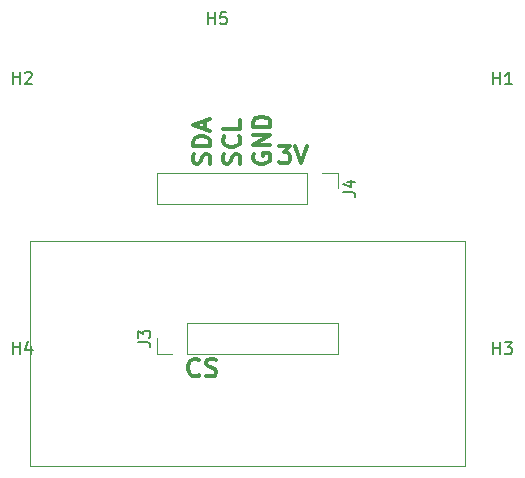
<source format=gto>
G04 #@! TF.GenerationSoftware,KiCad,Pcbnew,5.1.5+dfsg1-2build2*
G04 #@! TF.CreationDate,2021-12-24T19:22:18+01:00*
G04 #@! TF.ProjectId,spinnybee-pcb,7370696e-6e79-4626-9565-2d7063622e6b,rev?*
G04 #@! TF.SameCoordinates,Original*
G04 #@! TF.FileFunction,Legend,Top*
G04 #@! TF.FilePolarity,Positive*
%FSLAX46Y46*%
G04 Gerber Fmt 4.6, Leading zero omitted, Abs format (unit mm)*
G04 Created by KiCad (PCBNEW 5.1.5+dfsg1-2build2) date 2021-12-24 19:22:18*
%MOMM*%
%LPD*%
G04 APERTURE LIST*
%ADD10C,0.300000*%
%ADD11C,0.120000*%
%ADD12C,0.150000*%
G04 APERTURE END LIST*
D10*
X84427142Y-43656000D02*
X84498571Y-43441714D01*
X84498571Y-43084571D01*
X84427142Y-42941714D01*
X84355714Y-42870286D01*
X84212857Y-42798857D01*
X84070000Y-42798857D01*
X83927142Y-42870286D01*
X83855714Y-42941714D01*
X83784285Y-43084571D01*
X83712857Y-43370286D01*
X83641428Y-43513143D01*
X83570000Y-43584571D01*
X83427142Y-43656000D01*
X83284285Y-43656000D01*
X83141428Y-43584571D01*
X83070000Y-43513143D01*
X82998571Y-43370286D01*
X82998571Y-43013143D01*
X83070000Y-42798857D01*
X84355714Y-41298857D02*
X84427142Y-41370286D01*
X84498571Y-41584571D01*
X84498571Y-41727428D01*
X84427142Y-41941714D01*
X84284285Y-42084571D01*
X84141428Y-42156000D01*
X83855714Y-42227428D01*
X83641428Y-42227428D01*
X83355714Y-42156000D01*
X83212857Y-42084571D01*
X83070000Y-41941714D01*
X82998571Y-41727428D01*
X82998571Y-41584571D01*
X83070000Y-41370286D01*
X83141428Y-41298857D01*
X84498571Y-39941714D02*
X84498571Y-40656000D01*
X82998571Y-40656000D01*
X85610000Y-42798857D02*
X85538571Y-42941714D01*
X85538571Y-43156000D01*
X85610000Y-43370285D01*
X85752857Y-43513142D01*
X85895714Y-43584571D01*
X86181428Y-43656000D01*
X86395714Y-43656000D01*
X86681428Y-43584571D01*
X86824285Y-43513142D01*
X86967142Y-43370285D01*
X87038571Y-43156000D01*
X87038571Y-43013142D01*
X86967142Y-42798857D01*
X86895714Y-42727428D01*
X86395714Y-42727428D01*
X86395714Y-43013142D01*
X87038571Y-42084571D02*
X85538571Y-42084571D01*
X87038571Y-41227428D01*
X85538571Y-41227428D01*
X87038571Y-40513142D02*
X85538571Y-40513142D01*
X85538571Y-40156000D01*
X85610000Y-39941714D01*
X85752857Y-39798857D01*
X85895714Y-39727428D01*
X86181428Y-39656000D01*
X86395714Y-39656000D01*
X86681428Y-39727428D01*
X86824285Y-39798857D01*
X86967142Y-39941714D01*
X87038571Y-40156000D01*
X87038571Y-40513142D01*
X81887142Y-43655999D02*
X81958571Y-43441713D01*
X81958571Y-43084571D01*
X81887142Y-42941713D01*
X81815714Y-42870285D01*
X81672857Y-42798856D01*
X81530000Y-42798856D01*
X81387142Y-42870285D01*
X81315714Y-42941713D01*
X81244285Y-43084571D01*
X81172857Y-43370285D01*
X81101428Y-43513142D01*
X81030000Y-43584571D01*
X80887142Y-43655999D01*
X80744285Y-43655999D01*
X80601428Y-43584571D01*
X80530000Y-43513142D01*
X80458571Y-43370285D01*
X80458571Y-43013142D01*
X80530000Y-42798856D01*
X81958571Y-42155999D02*
X80458571Y-42155999D01*
X80458571Y-41798856D01*
X80530000Y-41584571D01*
X80672857Y-41441713D01*
X80815714Y-41370285D01*
X81101428Y-41298856D01*
X81315714Y-41298856D01*
X81601428Y-41370285D01*
X81744285Y-41441713D01*
X81887142Y-41584571D01*
X81958571Y-41798856D01*
X81958571Y-42155999D01*
X81530000Y-40727428D02*
X81530000Y-40013142D01*
X81958571Y-40870285D02*
X80458571Y-40370285D01*
X81958571Y-39870285D01*
X87757142Y-42104571D02*
X88685714Y-42104571D01*
X88185714Y-42676000D01*
X88400000Y-42676000D01*
X88542857Y-42747428D01*
X88614285Y-42818857D01*
X88685714Y-42961714D01*
X88685714Y-43318857D01*
X88614285Y-43461714D01*
X88542857Y-43533142D01*
X88400000Y-43604571D01*
X87971428Y-43604571D01*
X87828571Y-43533142D01*
X87757142Y-43461714D01*
X89114285Y-42104571D02*
X89614285Y-43604571D01*
X90114285Y-42104571D01*
D11*
X66675000Y-69215000D02*
X66675000Y-50165000D01*
X103505000Y-69215000D02*
X66675000Y-69215000D01*
X103505000Y-50165000D02*
X103505000Y-69215000D01*
X66675000Y-50165000D02*
X103505000Y-50165000D01*
D10*
X81030000Y-61495714D02*
X80958571Y-61567142D01*
X80744285Y-61638571D01*
X80601428Y-61638571D01*
X80387142Y-61567142D01*
X80244285Y-61424285D01*
X80172857Y-61281428D01*
X80101428Y-60995714D01*
X80101428Y-60781428D01*
X80172857Y-60495714D01*
X80244285Y-60352857D01*
X80387142Y-60210000D01*
X80601428Y-60138571D01*
X80744285Y-60138571D01*
X80958571Y-60210000D01*
X81030000Y-60281428D01*
X81601428Y-61567142D02*
X81815714Y-61638571D01*
X82172857Y-61638571D01*
X82315714Y-61567142D01*
X82387142Y-61495714D01*
X82458571Y-61352857D01*
X82458571Y-61210000D01*
X82387142Y-61067142D01*
X82315714Y-60995714D01*
X82172857Y-60924285D01*
X81887142Y-60852857D01*
X81744285Y-60781428D01*
X81672857Y-60710000D01*
X81601428Y-60567142D01*
X81601428Y-60424285D01*
X81672857Y-60281428D01*
X81744285Y-60210000D01*
X81887142Y-60138571D01*
X82244285Y-60138571D01*
X82458571Y-60210000D01*
D11*
X77410000Y-44390000D02*
X77410000Y-47050000D01*
X90170000Y-44390000D02*
X77410000Y-44390000D01*
X90170000Y-47050000D02*
X77410000Y-47050000D01*
X90170000Y-44390000D02*
X90170000Y-47050000D01*
X91440000Y-44390000D02*
X92770000Y-44390000D01*
X92770000Y-44390000D02*
X92770000Y-45720000D01*
X92770000Y-59750000D02*
X92770000Y-57090000D01*
X80010000Y-59750000D02*
X92770000Y-59750000D01*
X80010000Y-57090000D02*
X92770000Y-57090000D01*
X80010000Y-59750000D02*
X80010000Y-57090000D01*
X78740000Y-59750000D02*
X77410000Y-59750000D01*
X77410000Y-59750000D02*
X77410000Y-58420000D01*
D12*
X81788095Y-31812380D02*
X81788095Y-30812380D01*
X81788095Y-31288571D02*
X82359523Y-31288571D01*
X82359523Y-31812380D02*
X82359523Y-30812380D01*
X83311904Y-30812380D02*
X82835714Y-30812380D01*
X82788095Y-31288571D01*
X82835714Y-31240952D01*
X82930952Y-31193333D01*
X83169047Y-31193333D01*
X83264285Y-31240952D01*
X83311904Y-31288571D01*
X83359523Y-31383809D01*
X83359523Y-31621904D01*
X83311904Y-31717142D01*
X83264285Y-31764761D01*
X83169047Y-31812380D01*
X82930952Y-31812380D01*
X82835714Y-31764761D01*
X82788095Y-31717142D01*
X65278095Y-59701380D02*
X65278095Y-58701380D01*
X65278095Y-59177571D02*
X65849523Y-59177571D01*
X65849523Y-59701380D02*
X65849523Y-58701380D01*
X66754285Y-59034714D02*
X66754285Y-59701380D01*
X66516190Y-58653761D02*
X66278095Y-59368047D01*
X66897142Y-59368047D01*
X105918095Y-59752380D02*
X105918095Y-58752380D01*
X105918095Y-59228571D02*
X106489523Y-59228571D01*
X106489523Y-59752380D02*
X106489523Y-58752380D01*
X106870476Y-58752380D02*
X107489523Y-58752380D01*
X107156190Y-59133333D01*
X107299047Y-59133333D01*
X107394285Y-59180952D01*
X107441904Y-59228571D01*
X107489523Y-59323809D01*
X107489523Y-59561904D01*
X107441904Y-59657142D01*
X107394285Y-59704761D01*
X107299047Y-59752380D01*
X107013333Y-59752380D01*
X106918095Y-59704761D01*
X106870476Y-59657142D01*
X65278095Y-36841380D02*
X65278095Y-35841380D01*
X65278095Y-36317571D02*
X65849523Y-36317571D01*
X65849523Y-36841380D02*
X65849523Y-35841380D01*
X66278095Y-35936619D02*
X66325714Y-35889000D01*
X66420952Y-35841380D01*
X66659047Y-35841380D01*
X66754285Y-35889000D01*
X66801904Y-35936619D01*
X66849523Y-36031857D01*
X66849523Y-36127095D01*
X66801904Y-36269952D01*
X66230476Y-36841380D01*
X66849523Y-36841380D01*
X105918095Y-36892380D02*
X105918095Y-35892380D01*
X105918095Y-36368571D02*
X106489523Y-36368571D01*
X106489523Y-36892380D02*
X106489523Y-35892380D01*
X107489523Y-36892380D02*
X106918095Y-36892380D01*
X107203809Y-36892380D02*
X107203809Y-35892380D01*
X107108571Y-36035238D01*
X107013333Y-36130476D01*
X106918095Y-36178095D01*
X93222380Y-46053333D02*
X93936666Y-46053333D01*
X94079523Y-46100952D01*
X94174761Y-46196190D01*
X94222380Y-46339047D01*
X94222380Y-46434285D01*
X93555714Y-45148571D02*
X94222380Y-45148571D01*
X93174761Y-45386666D02*
X93889047Y-45624761D01*
X93889047Y-45005714D01*
X75862380Y-58753333D02*
X76576666Y-58753333D01*
X76719523Y-58800952D01*
X76814761Y-58896190D01*
X76862380Y-59039047D01*
X76862380Y-59134285D01*
X75862380Y-58372380D02*
X75862380Y-57753333D01*
X76243333Y-58086666D01*
X76243333Y-57943809D01*
X76290952Y-57848571D01*
X76338571Y-57800952D01*
X76433809Y-57753333D01*
X76671904Y-57753333D01*
X76767142Y-57800952D01*
X76814761Y-57848571D01*
X76862380Y-57943809D01*
X76862380Y-58229523D01*
X76814761Y-58324761D01*
X76767142Y-58372380D01*
M02*

</source>
